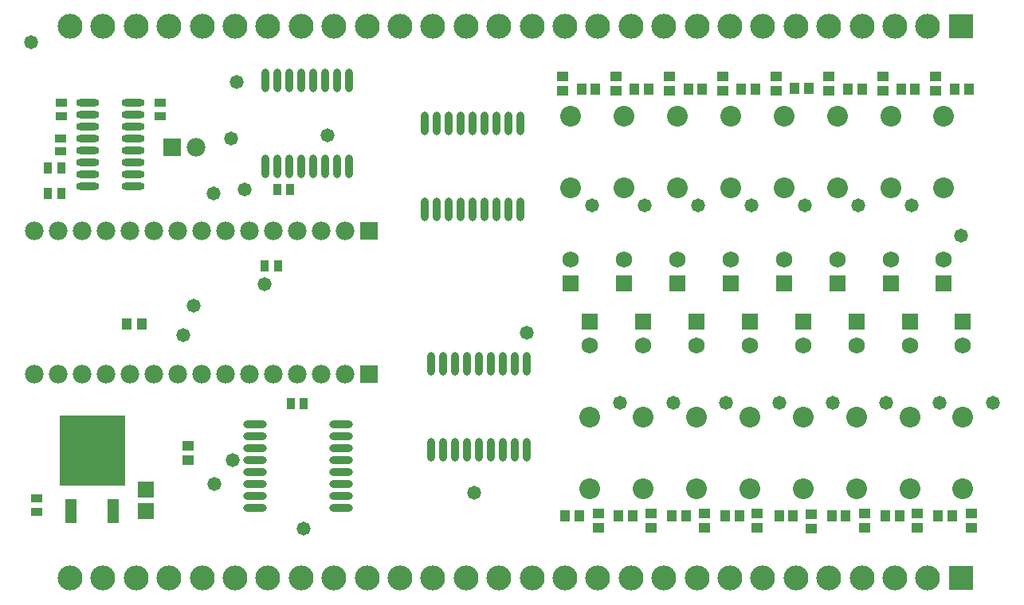
<source format=gts>
%FSLAX25Y25*%
%MOIN*%
G70*
G01*
G75*
G04 Layer_Color=8388736*
%ADD10R,0.05709X0.06102*%
%ADD11R,0.03740X0.02756*%
%ADD12R,0.03740X0.09055*%
%ADD13R,0.26772X0.28740*%
%ADD14O,0.08858X0.02362*%
%ADD15O,0.02362X0.09055*%
%ADD16O,0.09055X0.02362*%
%ADD17R,0.03543X0.03740*%
%ADD18R,0.02756X0.03740*%
%ADD19R,0.03150X0.03937*%
%ADD20R,0.03740X0.03543*%
%ADD21R,0.03937X0.03150*%
%ADD22C,0.02500*%
%ADD23C,0.01000*%
%ADD24R,0.09600X0.09600*%
%ADD25C,0.09600*%
%ADD26C,0.07000*%
%ADD27R,0.07000X0.07000*%
%ADD28C,0.06000*%
%ADD29R,0.06000X0.06000*%
%ADD30C,0.07874*%
%ADD31C,0.05000*%
%ADD32C,0.04000*%
%ADD33C,0.09100*%
G04:AMPARAMS|DCode=34|XSize=111mil|YSize=111mil|CornerRadius=0mil|HoleSize=0mil|Usage=FLASHONLY|Rotation=0.000|XOffset=0mil|YOffset=0mil|HoleType=Round|Shape=Relief|Width=10mil|Gap=10mil|Entries=4|*
%AMTHD34*
7,0,0,0.11100,0.09100,0.01000,45*
%
%ADD34THD34*%
%ADD35C,0.08000*%
%ADD36C,0.07937*%
%ADD37C,0.06800*%
G04:AMPARAMS|DCode=38|XSize=99.37mil|YSize=99.37mil|CornerRadius=0mil|HoleSize=0mil|Usage=FLASHONLY|Rotation=0.000|XOffset=0mil|YOffset=0mil|HoleType=Round|Shape=Relief|Width=10mil|Gap=10mil|Entries=4|*
%AMTHD38*
7,0,0,0.09937,0.07937,0.01000,45*
%
%ADD38THD38*%
%ADD39C,0.10000*%
%ADD40C,0.00984*%
%ADD41C,0.02362*%
%ADD42C,0.00787*%
%ADD43C,0.00500*%
%ADD44R,0.06509X0.06902*%
%ADD45R,0.04540X0.03556*%
%ADD46R,0.04540X0.09855*%
%ADD47R,0.27572X0.29540*%
%ADD48O,0.09658X0.03162*%
%ADD49O,0.03162X0.09855*%
%ADD50O,0.09855X0.03162*%
%ADD51R,0.04343X0.04540*%
%ADD52R,0.03556X0.04540*%
%ADD53R,0.03950X0.04737*%
%ADD54R,0.04540X0.04343*%
%ADD55R,0.04737X0.03950*%
%ADD56R,0.10400X0.10400*%
%ADD57C,0.10400*%
%ADD58C,0.07800*%
%ADD59R,0.07800X0.07800*%
%ADD60R,0.06800X0.06800*%
%ADD61C,0.08674*%
%ADD62C,0.05800*%
D37*
X-22300Y-10000D02*
D03*
X-8000Y26000D02*
D03*
X-30300D02*
D03*
X-156100Y-10000D02*
D03*
X-133800D02*
D03*
X-111500D02*
D03*
X-89200D02*
D03*
X-66900D02*
D03*
X-44600D02*
D03*
X0D02*
D03*
X-164100Y26000D02*
D03*
X-141800D02*
D03*
X-119500D02*
D03*
X-97200D02*
D03*
X-74900D02*
D03*
X-52600D02*
D03*
D44*
X-341700Y-70274D02*
D03*
Y-79526D02*
D03*
D45*
X-387600Y-79656D02*
D03*
Y-74144D02*
D03*
X-377300Y86044D02*
D03*
Y91556D02*
D03*
X-335900Y91556D02*
D03*
Y86044D02*
D03*
X-377500Y71144D02*
D03*
Y76656D02*
D03*
D46*
X-373276Y-79517D02*
D03*
X-355324D02*
D03*
D47*
X-364300Y-53926D02*
D03*
D48*
X-366149Y91500D02*
D03*
Y86500D02*
D03*
Y81500D02*
D03*
Y76500D02*
D03*
Y71500D02*
D03*
Y66500D02*
D03*
Y61500D02*
D03*
Y56500D02*
D03*
X-347251Y91500D02*
D03*
Y86500D02*
D03*
Y81500D02*
D03*
Y76500D02*
D03*
Y71500D02*
D03*
Y66500D02*
D03*
Y61500D02*
D03*
Y56500D02*
D03*
D49*
X-225000Y47087D02*
D03*
X-220000D02*
D03*
X-215000D02*
D03*
X-210000D02*
D03*
X-205000D02*
D03*
X-200000D02*
D03*
X-195000D02*
D03*
X-190000D02*
D03*
X-185000D02*
D03*
X-225000Y82913D02*
D03*
X-220000D02*
D03*
X-215000D02*
D03*
X-210000D02*
D03*
X-205000D02*
D03*
X-200000D02*
D03*
X-195000D02*
D03*
X-190000D02*
D03*
X-185000D02*
D03*
X-256800Y100913D02*
D03*
X-261800D02*
D03*
X-266800D02*
D03*
X-271800D02*
D03*
X-276800D02*
D03*
X-281800D02*
D03*
X-286800D02*
D03*
X-291800D02*
D03*
X-256800Y65087D02*
D03*
X-261800D02*
D03*
X-266800D02*
D03*
X-271800D02*
D03*
X-276800D02*
D03*
X-281800D02*
D03*
X-286800D02*
D03*
X-291800D02*
D03*
X-222500Y-53713D02*
D03*
X-217500D02*
D03*
X-212500D02*
D03*
X-207500D02*
D03*
X-202500D02*
D03*
X-197500D02*
D03*
X-192500D02*
D03*
X-187500D02*
D03*
X-182500D02*
D03*
X-222500Y-17887D02*
D03*
X-217500D02*
D03*
X-212500D02*
D03*
X-207500D02*
D03*
X-202500D02*
D03*
X-197500D02*
D03*
X-192500D02*
D03*
X-187500D02*
D03*
X-182500D02*
D03*
D50*
X-260187Y-78000D02*
D03*
Y-73000D02*
D03*
Y-68000D02*
D03*
Y-63000D02*
D03*
Y-58000D02*
D03*
Y-53000D02*
D03*
Y-48000D02*
D03*
Y-43000D02*
D03*
X-296013Y-78000D02*
D03*
Y-73000D02*
D03*
Y-68000D02*
D03*
Y-63000D02*
D03*
Y-58000D02*
D03*
Y-53000D02*
D03*
Y-48000D02*
D03*
Y-43000D02*
D03*
D51*
X-343548Y-1100D02*
D03*
X-349651D02*
D03*
D52*
X-286856Y55200D02*
D03*
X-281344D02*
D03*
X-292056Y23400D02*
D03*
X-286544D02*
D03*
X-281256Y-34400D02*
D03*
X-275744D02*
D03*
X-377144Y53700D02*
D03*
X-382656D02*
D03*
X-377144Y64200D02*
D03*
X-382656D02*
D03*
D53*
X2453Y97300D02*
D03*
X-3453D02*
D03*
X-20047D02*
D03*
X-25953D02*
D03*
X-42247D02*
D03*
X-48153D02*
D03*
X-86747D02*
D03*
X-92653D02*
D03*
X-109047Y97400D02*
D03*
X-114953D02*
D03*
X-10453Y-81300D02*
D03*
X-4547D02*
D03*
X-32453D02*
D03*
X-26547D02*
D03*
X-64547Y97500D02*
D03*
X-70453D02*
D03*
X-131447Y97300D02*
D03*
X-137353D02*
D03*
X-153647D02*
D03*
X-159553D02*
D03*
X-54953Y-81300D02*
D03*
X-49047D02*
D03*
X-76953D02*
D03*
X-71047D02*
D03*
X-99453D02*
D03*
X-93547D02*
D03*
X-121853D02*
D03*
X-115947D02*
D03*
X-144053D02*
D03*
X-138147D02*
D03*
X-166453D02*
D03*
X-160547D02*
D03*
D54*
X-11400Y96448D02*
D03*
Y102551D02*
D03*
X-33600Y96448D02*
D03*
Y102551D02*
D03*
X-56000Y96448D02*
D03*
Y102551D02*
D03*
X3500Y-80449D02*
D03*
Y-86551D02*
D03*
X-19000Y-80449D02*
D03*
Y-86551D02*
D03*
X-78300Y96448D02*
D03*
Y102551D02*
D03*
X-100600Y96448D02*
D03*
Y102551D02*
D03*
X-122900Y96448D02*
D03*
Y102551D02*
D03*
X-145200Y96448D02*
D03*
Y102551D02*
D03*
X-167500Y96448D02*
D03*
Y102551D02*
D03*
X-41100Y-80348D02*
D03*
Y-86451D02*
D03*
X-63500Y-80648D02*
D03*
Y-86751D02*
D03*
X-86000Y-80449D02*
D03*
Y-86551D02*
D03*
X-108000Y-80449D02*
D03*
Y-86551D02*
D03*
X-130500Y-80348D02*
D03*
Y-86451D02*
D03*
X-152500Y-80449D02*
D03*
Y-86551D02*
D03*
D55*
X-324100Y-58053D02*
D03*
Y-52147D02*
D03*
D56*
X-900Y-107500D02*
D03*
Y123500D02*
D03*
D57*
X-14700Y-107500D02*
D03*
X-28500D02*
D03*
X-42300D02*
D03*
X-56100D02*
D03*
X-69900D02*
D03*
X-83700D02*
D03*
X-97500D02*
D03*
X-111300D02*
D03*
X-125100D02*
D03*
X-138900D02*
D03*
X-152700D02*
D03*
X-166500D02*
D03*
X-180300D02*
D03*
X-194100D02*
D03*
X-207900D02*
D03*
X-221700D02*
D03*
X-235500D02*
D03*
X-249300D02*
D03*
X-263100D02*
D03*
X-276900D02*
D03*
X-290700D02*
D03*
X-304500D02*
D03*
X-318300D02*
D03*
X-332100D02*
D03*
X-345900D02*
D03*
X-359700D02*
D03*
X-373500D02*
D03*
X-14700Y123500D02*
D03*
X-28500D02*
D03*
X-42300D02*
D03*
X-56100D02*
D03*
X-69900D02*
D03*
X-83700D02*
D03*
X-97500D02*
D03*
X-111300D02*
D03*
X-125100D02*
D03*
X-138900D02*
D03*
X-152700D02*
D03*
X-166500D02*
D03*
X-180300D02*
D03*
X-194100D02*
D03*
X-207900D02*
D03*
X-221700D02*
D03*
X-235500D02*
D03*
X-249300D02*
D03*
X-263100D02*
D03*
X-276900D02*
D03*
X-290700D02*
D03*
X-304500D02*
D03*
X-318300D02*
D03*
X-332100D02*
D03*
X-345900D02*
D03*
X-359700D02*
D03*
X-373500D02*
D03*
D58*
X-320800Y73000D02*
D03*
X-388450Y38050D02*
D03*
X-378450D02*
D03*
X-368450D02*
D03*
X-358450D02*
D03*
X-348450D02*
D03*
X-338450D02*
D03*
X-328450D02*
D03*
X-298450D02*
D03*
X-308450D02*
D03*
X-318450D02*
D03*
X-258450D02*
D03*
X-268450D02*
D03*
X-278450D02*
D03*
X-288450D02*
D03*
X-388450Y-21950D02*
D03*
X-378450D02*
D03*
X-368450D02*
D03*
X-358450D02*
D03*
X-348450D02*
D03*
X-338450D02*
D03*
X-328450D02*
D03*
X-298450D02*
D03*
X-308450D02*
D03*
X-318450D02*
D03*
X-258450D02*
D03*
X-268450D02*
D03*
X-278450D02*
D03*
X-288450D02*
D03*
D59*
X-330800Y73000D02*
D03*
X-248450Y38050D02*
D03*
Y-21950D02*
D03*
D60*
X-22300Y0D02*
D03*
X-8000Y16000D02*
D03*
X-30300D02*
D03*
X-156100Y0D02*
D03*
X-133800D02*
D03*
X-111500D02*
D03*
X-89200D02*
D03*
X-66900D02*
D03*
X-44600D02*
D03*
X0D02*
D03*
X-164100Y16000D02*
D03*
X-141800D02*
D03*
X-119500D02*
D03*
X-97200D02*
D03*
X-74900D02*
D03*
X-52600D02*
D03*
D61*
X-22300Y-40000D02*
D03*
Y-70000D02*
D03*
X-8000Y56000D02*
D03*
Y86000D02*
D03*
X-30300Y56000D02*
D03*
Y86000D02*
D03*
X-156100Y-40000D02*
D03*
Y-70000D02*
D03*
X-133800Y-40000D02*
D03*
Y-70000D02*
D03*
X-111500Y-40000D02*
D03*
Y-70000D02*
D03*
X-89200Y-40000D02*
D03*
Y-70000D02*
D03*
X-66900Y-40000D02*
D03*
Y-70000D02*
D03*
X-44600Y-40000D02*
D03*
Y-70000D02*
D03*
X0Y-40000D02*
D03*
Y-70000D02*
D03*
X-164100Y56000D02*
D03*
Y86000D02*
D03*
X-141800Y56000D02*
D03*
Y86000D02*
D03*
X-119500Y56000D02*
D03*
Y86000D02*
D03*
X-97200Y56000D02*
D03*
Y86000D02*
D03*
X-74900Y56000D02*
D03*
Y86000D02*
D03*
X-52600Y56000D02*
D03*
Y86000D02*
D03*
D62*
X-275900Y-86900D02*
D03*
X-800Y35800D02*
D03*
X-21500Y48700D02*
D03*
X-43800D02*
D03*
X-66100D02*
D03*
X-88400D02*
D03*
X-110700D02*
D03*
X-133000D02*
D03*
X-155300D02*
D03*
X-143600Y-34100D02*
D03*
X-121300D02*
D03*
X-99000D02*
D03*
X-76700D02*
D03*
X-54400D02*
D03*
X-32100D02*
D03*
X-9800D02*
D03*
X12500D02*
D03*
X-265900Y77800D02*
D03*
X-306200Y76500D02*
D03*
X-305600Y-58000D02*
D03*
X-313100Y-68000D02*
D03*
X-204500Y-71800D02*
D03*
X-182500Y-4600D02*
D03*
X-313500Y53700D02*
D03*
X-292000Y15500D02*
D03*
X-300500Y55200D02*
D03*
X-303800Y100300D02*
D03*
X-321700Y6600D02*
D03*
X-326300Y-5700D02*
D03*
X-389700Y117000D02*
D03*
M02*

</source>
